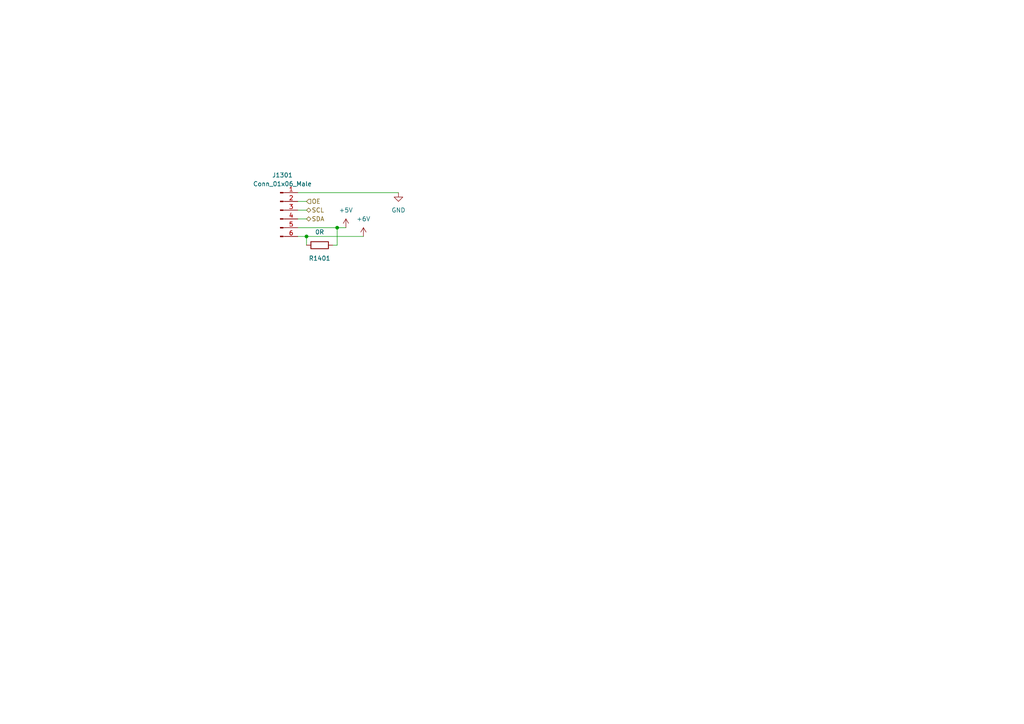
<source format=kicad_sch>
(kicad_sch (version 20211123) (generator eeschema)
  (paper "A4")
  (title_block (title "ESP32 Relaiskarte") (date "2022-03-30") (rev "0.0.3") (company "makerspace Bocholt") (comment 1 "+ optionale Servo Ansteuerung") (comment 2 "+ optionale Lan Karte") (comment 4 "Frank Tobergte"))
  (lib_symbols
    (symbol "Connector:Conn_01x06_Male" (pin_names (offset 1.016) hide)
      (property "Reference" "J" (at 0 7.62 0))
      (property "Value" "Conn_01x06_Male" (at 0 -10.16 0))
      (symbol "Conn_01x06_Male_1_1"
        (polyline (pts (xy 1.27 -7.62) (xy 0.8636 -7.62)) (stroke (width 0.1524)))
        (polyline (pts (xy 1.27 -5.08) (xy 0.8636 -5.08)) (stroke (width 0.1524)))
        (polyline (pts (xy 1.27 -2.54) (xy 0.8636 -2.54)) (stroke (width 0.1524)))
        (polyline (pts (xy 1.27 0) (xy 0.8636 0)) (stroke (width 0.1524)))
        (polyline (pts (xy 1.27 2.54) (xy 0.8636 2.54)) (stroke (width 0.1524)))
        (polyline (pts (xy 1.27 5.08) (xy 0.8636 5.08)) (stroke (width 0.1524)))
        (rectangle (start 0.8636 -7.493) (end 0 -7.747) (stroke (width 0.1524)) (fill (type outline)))
        (rectangle (start 0.8636 -4.953) (end 0 -5.207) (stroke (width 0.1524)) (fill (type outline)))
        (rectangle (start 0.8636 -2.413) (end 0 -2.667) (stroke (width 0.1524)) (fill (type outline)))
        (rectangle (start 0.8636 0.127) (end 0 -0.127) (stroke (width 0.1524)) (fill (type outline)))
        (rectangle (start 0.8636 2.667) (end 0 2.413) (stroke (width 0.1524)) (fill (type outline)))
        (rectangle (start 0.8636 5.207) (end 0 4.953) (stroke (width 0.1524)) (fill (type outline)))
        (pin passive line (at 5.08 5.08 180) (length 3.81) (name "Pin_1") (number "1"))
        (pin passive line (at 5.08 2.54 180) (length 3.81) (name "Pin_2") (number "2"))
        (pin passive line (at 5.08 0 180) (length 3.81) (name "Pin_3") (number "3"))
        (pin passive line (at 5.08 -2.54 180) (length 3.81) (name "Pin_4") (number "4"))
        (pin passive line (at 5.08 -5.08 180) (length 3.81) (name "Pin_5") (number "5"))
        (pin passive line (at 5.08 -7.62 180) (length 3.81) (name "Pin_6") (number "6"))
      )
    )
    (symbol "Device:R" (pin_numbers hide) (pin_names (offset 0))
      (property "Reference" "R" (at 2.032 0 90))
      (property "Value" "R" (at 0 0 90))
      (symbol "R_0_1"
        (rectangle (start -1.016 -2.54) (end 1.016 2.54) (stroke (width 0.254)))
      )
      (symbol "R_1_1"
        (pin passive line (at 0 3.81 270) (length 1.27) (name "~") (number "1"))
        (pin passive line (at 0 -3.81 90) (length 1.27) (name "~") (number "2"))
      )
    )
    (symbol "power:+5V" (power) (pin_names (offset 0))
      (property "Value" "+5V" (at 0 3.556 0))
      (symbol "+5V_0_1"
        (polyline (pts (xy -0.762 1.27) (xy 0 2.54)))
        (polyline (pts (xy 0 0) (xy 0 2.54)))
        (polyline (pts (xy 0 2.54) (xy 0.762 1.27)))
      )
      (symbol "+5V_1_1"
        (pin power_in line (at 0 0 90) (length 0) hide (name "+5V") (number "1"))
      )
    )
    (symbol "power:+6V" (power) (pin_names (offset 0))
      (property "Value" "+6V" (at 0 3.556 0))
      (symbol "+6V_0_1"
        (polyline (pts (xy -0.762 1.27) (xy 0 2.54)))
        (polyline (pts (xy 0 0) (xy 0 2.54)))
        (polyline (pts (xy 0 2.54) (xy 0.762 1.27)))
      )
      (symbol "+6V_1_1"
        (pin power_in line (at 0 0 90) (length 0) hide (name "+6V") (number "1"))
      )
    )
    (symbol "power:GND" (power) (pin_names (offset 0))
      (property "Value" "GND" (at 0 -3.81 0))
      (symbol "GND_0_1"
        (polyline (pts (xy 0 0) (xy 0 -1.27) (xy 1.27 -1.27) (xy 0 -2.54) (xy -1.27 -1.27) (xy 0 -1.27)))
      )
      (symbol "GND_1_1"
        (pin power_in line (at 0 0 270) (length 0) hide (name "GND") (number "1"))
      )
    )
  )
  (junction (at 88.9 68.58))
  (junction (at 97.79 66.04))
  (wire (pts (xy 86.36 63.5) (xy 88.9 63.5)))
  (wire (pts (xy 86.36 66.04) (xy 97.79 66.04)))
  (wire (pts (xy 97.79 66.04) (xy 100.33 66.04)))
  (wire (pts (xy 86.36 55.88) (xy 115.57 55.88)))
  (wire (pts (xy 86.36 60.96) (xy 88.9 60.96)))
  (wire (pts (xy 97.79 66.04) (xy 97.79 71.12)))
  (wire (pts (xy 86.36 58.42) (xy 88.9 58.42)))
  (wire (pts (xy 88.9 68.58) (xy 105.41 68.58)))
  (wire (pts (xy 88.9 68.58) (xy 86.36 68.58)))
  (wire (pts (xy 96.52 71.12) (xy 97.79 71.12)))
  (wire (pts (xy 88.9 71.12) (xy 88.9 68.58)))
  (hierarchical_label "SCL" (shape bidirectional) (at 88.9 60.96 0))
  (hierarchical_label "SDA" (shape bidirectional) (at 88.9 63.5 0))
  (hierarchical_label "OE" (shape input) (at 88.9 58.42 0))
  (symbol (lib_id "power:+5V") (at 100.33 66.04 0) (unit 1)
    (property "Reference" "#PWR0104" (effects hide))
    (property "Value" "+5V" (at 100.33 60.96 0))
  )
  (symbol (lib_id "power:GND") (at 115.57 55.88 0) (unit 1)
    (property "Reference" "#PWR01310" (effects hide))
    (property "Value" "GND" (at 115.57 60.96 0))
  )
  (symbol (lib_id "power:+6V") (at 105.41 68.58 0) (unit 1)
    (property "Reference" "#PWR01401" (effects hide))
    (property "Value" "+6V" (at 105.41 63.5 0))
  )
  (symbol (lib_id "Connector:Conn_01x06_Male") (at 81.28 60.96 0) (unit 1)
    (property "Reference" "J1301" (at 81.915 50.8 0))
    (property "Value" "Conn_01x06_Male" (at 81.915 53.34 0))
    (property "Footprint" "eigene Modelle:Adafruit PCA9685" (effects hide))
  )
  (symbol (lib_id "Device:R") (at 92.71 71.12 90) (unit 1)
    (property "Reference" "R1401" (at 92.71 74.93 90))
    (property "Value" "0R" (at 92.71 67.31 90))
    (property "Footprint" "Resistor_THT:R_Axial_DIN0207_L6.3mm_D2.5mm_P10.16mm_Horizontal" (effects hide))
  )
)
</source>
